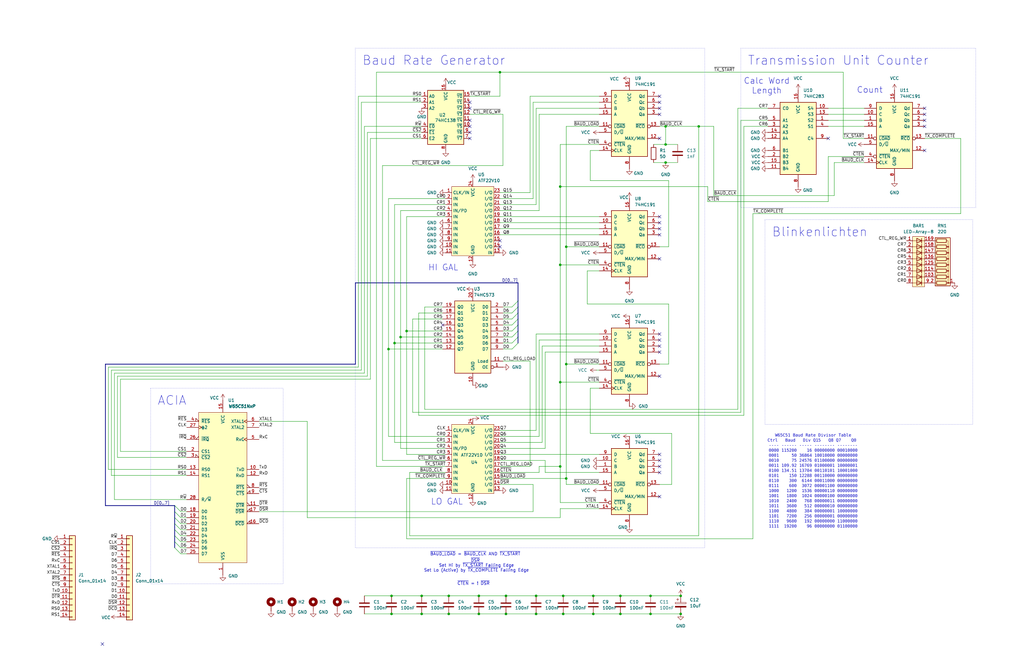
<source format=kicad_sch>
(kicad_sch (version 20231120) (generator "eeschema") (generator_version "8.0")
  (paper "B")
  (title_block (title "LudaCris W65C51 Module") (date "2024-03-20") (rev "0.1") (company "Alan Canon"))
  (junction (at 236.22 196.85))
  (junction (at 210.82 30.48))
  (junction (at 250.19 259.08))
  (junction (at 280.67 68.58))
  (junction (at 238.76 153.67))
  (junction (at 165.1 251.46))
  (junction (at 201.93 251.46))
  (junction (at 177.8 251.46))
  (junction (at 261.62 251.46))
  (junction (at 213.36 259.08))
  (junction (at 274.32 259.08))
  (junction (at 226.06 251.46))
  (junction (at 287.02 259.08))
  (junction (at 237.49 259.08))
  (junction (at 168.91 142.24))
  (junction (at 294.64 53.34))
  (junction (at 166.37 144.78))
  (junction (at 189.23 259.08))
  (junction (at 274.32 251.46))
  (junction (at 177.8 259.08))
  (junction (at 236.22 111.76))
  (junction (at 261.62 259.08))
  (junction (at 236.22 78.74))
  (junction (at 280.67 60.96))
  (junction (at 238.76 104.14))
  (junction (at 280.67 53.34))
  (junction (at 201.93 259.08))
  (junction (at 236.22 161.29))
  (junction (at 226.06 259.08))
  (junction (at 250.19 251.46))
  (junction (at 213.36 251.46))
  (junction (at 237.49 251.46))
  (junction (at 287.02 251.46))
  (junction (at 163.83 147.32))
  (junction (at 165.1 259.08))
  (junction (at 238.76 201.93))
  (junction (at 189.23 251.46))
  (junction (at 171.45 139.7))
  (no_connect (at 186.69 137.16))
  (no_connect (at 278.13 148.59))
  (no_connect (at 278.13 191.77))
  (no_connect (at 210.82 101.6))
  (no_connect (at 278.13 48.26))
  (no_connect (at 278.13 43.18))
  (no_connect (at 389.89 53.34))
  (no_connect (at 278.13 96.52))
  (no_connect (at 278.13 209.55))
  (no_connect (at 278.13 58.42))
  (no_connect (at 389.89 50.8))
  (no_connect (at 278.13 45.72))
  (no_connect (at 349.25 58.42))
  (no_connect (at 198.12 45.72))
  (no_connect (at 278.13 109.22))
  (no_connect (at 278.13 91.44))
  (no_connect (at 278.13 146.05))
  (no_connect (at 389.89 63.5))
  (no_connect (at 198.12 53.34))
  (no_connect (at 278.13 194.31))
  (no_connect (at 198.12 43.18))
  (no_connect (at 43.18 271.78))
  (no_connect (at 278.13 143.51))
  (no_connect (at 389.89 45.72))
  (no_connect (at 198.12 58.42))
  (no_connect (at 278.13 93.98))
  (no_connect (at 43.18 287.02))
  (no_connect (at 278.13 140.97))
  (no_connect (at 278.13 196.85))
  (no_connect (at 278.13 99.06))
  (no_connect (at 198.12 50.8))
  (no_connect (at 278.13 40.64))
  (no_connect (at 389.89 48.26))
  (no_connect (at 210.82 104.14))
  (no_connect (at 198.12 55.88))
  (no_connect (at 278.13 158.75))
  (no_connect (at 278.13 199.39))
  (bus_entry (at 218.44 142.24) (size -2.54 2.54))
  (bus_entry (at 218.44 144.78) (size -2.54 2.54))
  (bus_entry (at 73.66 218.44) (size 2.54 2.54))
  (bus_entry (at 73.66 213.36) (size 2.54 2.54))
  (bus_entry (at 73.66 223.52) (size 2.54 2.54))
  (bus_entry (at 218.44 137.16) (size -2.54 2.54))
  (bus_entry (at 218.44 129.54) (size -2.54 2.54))
  (bus_entry (at 218.44 132.08) (size -2.54 2.54))
  (bus_entry (at 218.44 134.62) (size -2.54 2.54))
  (bus_entry (at 73.66 220.98) (size 2.54 2.54))
  (bus_entry (at 73.66 228.6) (size 2.54 2.54))
  (bus_entry (at 218.44 127) (size -2.54 2.54))
  (bus_entry (at 73.66 231.14) (size 2.54 2.54))
  (bus_entry (at 73.66 226.06) (size 2.54 2.54))
  (bus_entry (at 73.66 215.9) (size 2.54 2.54))
  (bus_entry (at 218.44 139.7) (size -2.54 2.54))
  (wire (pts (xy 172.72 226.06) (xy 172.72 199.39)))
  (wire (pts (xy 129.54 177.8) (xy 129.54 218.44)))
  (bus (pts (xy 73.66 213.36) (xy 73.66 215.9)))
  (wire (pts (xy 210.82 96.52) (xy 252.73 96.52)))
  (wire (pts (xy 229.87 189.23) (xy 229.87 148.59)))
  (wire (pts (xy 252.73 140.97) (xy 226.06 140.97)))
  (wire (pts (xy 166.37 144.78) (xy 166.37 186.69)))
  (wire (pts (xy 151.13 40.64) (xy 151.13 154.94)))
  (wire (pts (xy 252.73 199.39) (xy 229.87 199.39)))
  (wire (pts (xy 298.45 78.74) (xy 236.22 78.74)))
  (wire (pts (xy 168.91 142.24) (xy 168.91 189.23)))
  (wire (pts (xy 226.06 45.72) (xy 226.06 86.36)))
  (bus (pts (xy 149.86 119.38) (xy 149.86 153.67)))
  (wire (pts (xy 280.67 53.34) (xy 294.64 53.34)))
  (wire (pts (xy 78.74 200.66) (xy 46.99 200.66)))
  (wire (pts (xy 238.76 153.67) (xy 238.76 201.93)))
  (wire (pts (xy 228.6 146.05) (xy 228.6 186.69)))
  (wire (pts (xy 281.94 104.14) (xy 278.13 104.14)))
  (wire (pts (xy 349.25 53.34) (xy 364.49 53.34)))
  (wire (pts (xy 252.73 161.29) (xy 236.22 161.29)))
  (wire (pts (xy 238.76 104.14) (xy 252.73 104.14)))
  (wire (pts (xy 405.13 90.17) (xy 317.5 90.17)))
  (bus (pts (xy 73.66 223.52) (xy 73.66 226.06)))
  (wire (pts (xy 317.5 227.33) (xy 171.45 227.33)))
  (wire (pts (xy 281.94 128.27) (xy 247.65 128.27)))
  (wire (pts (xy 76.2 220.98) (xy 78.74 220.98)))
  (bus (pts (xy 149.86 153.67) (xy 44.45 153.67)))
  (wire (pts (xy 223.52 152.4) (xy 223.52 196.85)))
  (wire (pts (xy 349.25 45.72) (xy 364.49 45.72)))
  (wire (pts (xy 281.94 76.2) (xy 281.94 104.14)))
  (wire (pts (xy 212.09 69.85) (xy 212.09 48.26)))
  (wire (pts (xy 186.69 132.08) (xy 176.53 132.08)))
  (wire (pts (xy 189.23 259.08) (xy 201.93 259.08)))
  (wire (pts (xy 224.79 43.18) (xy 252.73 43.18)))
  (wire (pts (xy 166.37 144.78) (xy 186.69 144.78)))
  (wire (pts (xy 274.32 251.46) (xy 287.02 251.46)))
  (wire (pts (xy 252.73 212.09) (xy 236.22 212.09)))
  (wire (pts (xy 177.8 259.08) (xy 189.23 259.08)))
  (wire (pts (xy 351.79 82.55) (xy 300.99 82.55)))
  (wire (pts (xy 250.19 259.08) (xy 261.62 259.08)))
  (wire (pts (xy 323.85 53.34) (xy 313.69 53.34)))
  (wire (pts (xy 173.99 134.62) (xy 173.99 173.99)))
  (wire (pts (xy 278.13 153.67) (xy 281.94 153.67)))
  (wire (pts (xy 226.06 251.46) (xy 237.49 251.46)))
  (wire (pts (xy 76.2 231.14) (xy 78.74 231.14)))
  (bus (pts (xy 218.44 139.7) (xy 218.44 142.24)))
  (wire (pts (xy 109.22 215.9) (xy 224.79 215.9)))
  (wire (pts (xy 50.8 160.02) (xy 156.21 160.02)))
  (wire (pts (xy 161.29 69.85) (xy 161.29 194.31)))
  (wire (pts (xy 226.06 140.97) (xy 226.06 181.61)))
  (bus (pts (xy 218.44 142.24) (xy 218.44 144.78)))
  (wire (pts (xy 156.21 160.02) (xy 156.21 58.42)))
  (wire (pts (xy 223.52 40.64) (xy 223.52 81.28)))
  (wire (pts (xy 215.9 129.54) (xy 212.09 129.54)))
  (wire (pts (xy 226.06 259.08) (xy 237.49 259.08)))
  (wire (pts (xy 168.91 88.9) (xy 168.91 142.24)))
  (wire (pts (xy 349.25 85.09) (xy 298.45 85.09)))
  (wire (pts (xy 275.59 68.58) (xy 280.67 68.58)))
  (wire (pts (xy 247.65 114.3) (xy 252.73 114.3)))
  (bus (pts (xy 218.44 132.08) (xy 218.44 134.62)))
  (wire (pts (xy 210.82 40.64) (xy 210.82 30.48)))
  (wire (pts (xy 252.73 40.64) (xy 223.52 40.64)))
  (wire (pts (xy 313.69 175.26) (xy 176.53 175.26)))
  (wire (pts (xy 215.9 134.62) (xy 212.09 134.62)))
  (wire (pts (xy 179.07 172.72) (xy 311.15 172.72)))
  (wire (pts (xy 210.82 83.82) (xy 224.79 83.82)))
  (wire (pts (xy 153.67 251.46) (xy 165.1 251.46)))
  (wire (pts (xy 198.12 40.64) (xy 210.82 40.64)))
  (wire (pts (xy 210.82 186.69) (xy 228.6 186.69)))
  (wire (pts (xy 294.64 53.34) (xy 300.99 53.34)))
  (wire (pts (xy 236.22 60.96) (xy 252.73 60.96)))
  (wire (pts (xy 163.83 83.82) (xy 163.83 147.32)))
  (wire (pts (xy 46.99 156.21) (xy 152.4 156.21)))
  (wire (pts (xy 165.1 259.08) (xy 177.8 259.08)))
  (wire (pts (xy 227.33 184.15) (xy 227.33 143.51)))
  (wire (pts (xy 248.92 63.5) (xy 248.92 76.2)))
  (wire (pts (xy 176.53 132.08) (xy 176.53 175.26)))
  (wire (pts (xy 280.67 53.34) (xy 280.67 60.96)))
  (wire (pts (xy 275.59 60.96) (xy 280.67 60.96)))
  (bus (pts (xy 218.44 137.16) (xy 218.44 139.7)))
  (wire (pts (xy 238.76 53.34) (xy 238.76 104.14)))
  (wire (pts (xy 215.9 132.08) (xy 212.09 132.08)))
  (wire (pts (xy 283.21 204.47) (xy 283.21 182.88)))
  (wire (pts (xy 236.22 214.63) (xy 236.22 218.44)))
  (wire (pts (xy 166.37 86.36) (xy 187.96 86.36)))
  (wire (pts (xy 236.22 196.85) (xy 236.22 212.09)))
  (wire (pts (xy 50.8 190.5) (xy 50.8 160.02)))
  (bus (pts (xy 218.44 127) (xy 218.44 129.54)))
  (wire (pts (xy 171.45 91.44) (xy 187.96 91.44)))
  (wire (pts (xy 252.73 146.05) (xy 228.6 146.05)))
  (wire (pts (xy 364.49 66.04) (xy 349.25 66.04)))
  (wire (pts (xy 172.72 199.39) (xy 187.96 199.39)))
  (wire (pts (xy 226.06 86.36) (xy 210.82 86.36)))
  (wire (pts (xy 215.9 147.32) (xy 212.09 147.32)))
  (wire (pts (xy 201.93 259.08) (xy 213.36 259.08)))
  (wire (pts (xy 49.53 158.75) (xy 154.94 158.75)))
  (wire (pts (xy 45.72 198.12) (xy 78.74 198.12)))
  (wire (pts (xy 236.22 214.63) (xy 252.73 214.63)))
  (wire (pts (xy 78.74 210.82) (xy 48.26 210.82)))
  (wire (pts (xy 252.73 63.5) (xy 248.92 63.5)))
  (wire (pts (xy 76.2 233.68) (xy 78.74 233.68)))
  (wire (pts (xy 76.2 215.9) (xy 78.74 215.9)))
  (wire (pts (xy 210.82 81.28) (xy 223.52 81.28)))
  (wire (pts (xy 168.91 88.9) (xy 187.96 88.9)))
  (wire (pts (xy 278.13 53.34) (xy 280.67 53.34)))
  (wire (pts (xy 229.87 194.31) (xy 210.82 194.31)))
  (wire (pts (xy 177.8 40.64) (xy 151.13 40.64)))
  (wire (pts (xy 213.36 259.08) (xy 226.06 259.08)))
  (wire (pts (xy 49.53 193.04) (xy 49.53 158.75)))
  (wire (pts (xy 76.2 226.06) (xy 78.74 226.06)))
  (wire (pts (xy 210.82 191.77) (xy 252.73 191.77)))
  (wire (pts (xy 163.83 147.32) (xy 163.83 184.15)))
  (wire (pts (xy 166.37 86.36) (xy 166.37 144.78)))
  (wire (pts (xy 278.13 204.47) (xy 283.21 204.47)))
  (wire (pts (xy 198.12 48.26) (xy 212.09 48.26)))
  (wire (pts (xy 210.82 93.98) (xy 252.73 93.98)))
  (wire (pts (xy 238.76 53.34) (xy 252.73 53.34)))
  (wire (pts (xy 248.92 182.88) (xy 248.92 163.83)))
  (wire (pts (xy 171.45 139.7) (xy 171.45 191.77)))
  (wire (pts (xy 227.33 48.26) (xy 252.73 48.26)))
  (wire (pts (xy 252.73 45.72) (xy 226.06 45.72)))
  (wire (pts (xy 229.87 199.39) (xy 229.87 194.31)))
  (wire (pts (xy 313.69 53.34) (xy 313.69 175.26)))
  (wire (pts (xy 213.36 251.46) (xy 226.06 251.46)))
  (wire (pts (xy 250.19 251.46) (xy 261.62 251.46)))
  (wire (pts (xy 186.69 142.24) (xy 168.91 142.24)))
  (wire (pts (xy 187.96 184.15) (xy 163.83 184.15)))
  (wire (pts (xy 187.96 83.82) (xy 163.83 83.82)))
  (wire (pts (xy 238.76 201.93) (xy 238.76 204.47)))
  (wire (pts (xy 48.26 157.48) (xy 153.67 157.48)))
  (wire (pts (xy 152.4 156.21) (xy 152.4 43.18)))
  (wire (pts (xy 210.82 201.93) (xy 238.76 201.93)))
  (wire (pts (xy 227.33 143.51) (xy 252.73 143.51)))
  (bus (pts (xy 44.45 213.36) (xy 73.66 213.36)))
  (wire (pts (xy 349.25 48.26) (xy 364.49 48.26)))
  (bus (pts (xy 149.86 119.38) (xy 218.44 119.38)))
  (wire (pts (xy 158.75 30.48) (xy 158.75 196.85)))
  (wire (pts (xy 76.2 228.6) (xy 78.74 228.6)))
  (bus (pts (xy 73.66 218.44) (xy 73.66 220.98)))
  (wire (pts (xy 236.22 111.76) (xy 236.22 161.29)))
  (wire (pts (xy 153.67 259.08) (xy 165.1 259.08)))
  (wire (pts (xy 236.22 161.29) (xy 236.22 196.85)))
  (bus (pts (xy 44.45 153.67) (xy 44.45 213.36)))
  (wire (pts (xy 355.6 30.48) (xy 355.6 58.42)))
  (wire (pts (xy 311.15 172.72) (xy 311.15 45.72)))
  (bus (pts (xy 73.66 228.6) (xy 73.66 231.14)))
  (wire (pts (xy 405.13 58.42) (xy 405.13 90.17)))
  (wire (pts (xy 323.85 50.8) (xy 312.42 50.8)))
  (wire (pts (xy 248.92 76.2) (xy 281.94 76.2)))
  (wire (pts (xy 364.49 68.58) (xy 351.79 68.58)))
  (wire (pts (xy 311.15 45.72) (xy 323.85 45.72)))
  (wire (pts (xy 201.93 251.46) (xy 213.36 251.46)))
  (wire (pts (xy 76.2 223.52) (xy 78.74 223.52)))
  (wire (pts (xy 236.22 111.76) (xy 252.73 111.76)))
  (wire (pts (xy 283.21 182.88) (xy 248.92 182.88)))
  (wire (pts (xy 152.4 43.18) (xy 177.8 43.18)))
  (wire (pts (xy 154.94 55.88) (xy 177.8 55.88)))
  (wire (pts (xy 48.26 210.82) (xy 48.26 157.48)))
  (wire (pts (xy 238.76 153.67) (xy 252.73 153.67)))
  (wire (pts (xy 210.82 184.15) (xy 227.33 184.15)))
  (wire (pts (xy 109.22 177.8) (xy 129.54 177.8)))
  (bus (pts (xy 218.44 127) (xy 218.44 119.38)))
  (wire (pts (xy 156.21 58.42) (xy 177.8 58.42)))
  (wire (pts (xy 153.67 53.34) (xy 177.8 53.34)))
  (wire (pts (xy 154.94 158.75) (xy 154.94 55.88)))
  (wire (pts (xy 312.42 50.8) (xy 312.42 173.99)))
  (wire (pts (xy 355.6 58.42) (xy 364.49 58.42)))
  (wire (pts (xy 237.49 259.08) (xy 250.19 259.08)))
  (wire (pts (xy 389.89 58.42) (xy 405.13 58.42)))
  (wire (pts (xy 298.45 85.09) (xy 298.45 78.74)))
  (wire (pts (xy 78.74 193.04) (xy 49.53 193.04)))
  (wire (pts (xy 187.96 186.69) (xy 166.37 186.69)))
  (wire (pts (xy 210.82 88.9) (xy 227.33 88.9)))
  (wire (pts (xy 349.25 50.8) (xy 364.49 50.8)))
  (wire (pts (xy 294.64 53.34) (xy 294.64 226.06)))
  (wire (pts (xy 161.29 69.85) (xy 212.09 69.85)))
  (wire (pts (xy 349.25 66.04) (xy 349.25 85.09)))
  (wire (pts (xy 210.82 196.85) (xy 223.52 196.85)))
  (wire (pts (xy 215.9 142.24) (xy 212.09 142.24)))
  (wire (pts (xy 247.65 128.27) (xy 247.65 114.3)))
  (wire (pts (xy 280.67 68.58) (xy 285.75 68.58)))
  (wire (pts (xy 238.76 104.14) (xy 238.76 153.67)))
  (wire (pts (xy 186.69 129.54) (xy 179.07 129.54)))
  (wire (pts (xy 153.67 157.48) (xy 153.67 53.34)))
  (bus (pts (xy 218.44 134.62) (xy 218.44 137.16)))
  (wire (pts (xy 165.1 251.46) (xy 177.8 251.46)))
  (wire (pts (xy 224.79 83.82) (xy 224.79 43.18)))
  (wire (pts (xy 281.94 153.67) (xy 281.94 128.27)))
  (wire (pts (xy 215.9 139.7) (xy 212.09 139.7)))
  (wire (pts (xy 280.67 60.96) (xy 285.75 60.96)))
  (wire (pts (xy 227.33 88.9) (xy 227.33 48.26)))
  (wire (pts (xy 187.96 189.23) (xy 168.91 189.23)))
  (wire (pts (xy 300.99 82.55) (xy 300.99 53.34)))
  (wire (pts (xy 237.49 251.46) (xy 250.19 251.46)))
  (wire (pts (xy 76.2 218.44) (xy 78.74 218.44)))
  (bus (pts (xy 73.66 220.98) (xy 73.66 223.52)))
  (wire (pts (xy 171.45 201.93) (xy 187.96 201.93)))
  (wire (pts (xy 236.22 78.74) (xy 236.22 111.76)))
  (wire (pts (xy 171.45 227.33) (xy 171.45 201.93)))
  (wire (pts (xy 210.82 204.47) (xy 224.79 204.47)))
  (wire (pts (xy 229.87 148.59) (xy 252.73 148.59)))
  (wire (pts (xy 161.29 194.31) (xy 187.96 194.31)))
  (wire (pts (xy 227.33 196.85) (xy 236.22 196.85)))
  (wire (pts (xy 163.83 147.32) (xy 186.69 147.32)))
  (wire (pts (xy 317.5 90.17) (xy 317.5 227.33)))
  (wire (pts (xy 78.74 190.5) (xy 50.8 190.5)))
  (wire (pts (xy 351.79 68.58) (xy 351.79 82.55)))
  (wire (pts (xy 236.22 78.74) (xy 236.22 60.96)))
  (wire (pts (xy 45.72 154.94) (xy 45.72 198.12)))
  (wire (pts (xy 179.07 129.54) (xy 179.07 172.72)))
  (bus (pts (xy 73.66 215.9) (xy 73.66 218.44)))
  (bus (pts (xy 73.66 226.06) (xy 73.66 228.6)))
  (wire (pts (xy 261.62 251.46) (xy 274.32 251.46)))
  (wire (pts (xy 251.46 156.21) (xy 252.73 156.21)))
  (wire (pts (xy 158.75 196.85) (xy 187.96 196.85)))
  (wire (pts (xy 177.8 251.46) (xy 189.23 251.46)))
  (wire (pts (xy 46.99 200.66) (xy 46.99 156.21)))
  (wire (pts (xy 210.82 199.39) (xy 227.33 199.39)))
  (wire (pts (xy 158.75 30.48) (xy 210.82 30.48)))
  (wire (pts (xy 248.92 163.83) (xy 252.73 163.83)))
  (wire (pts (xy 252.73 204.47) (xy 238.76 204.47)))
  (wire (pts (xy 189.23 251.46) (xy 201.93 251.46)))
  (wire (pts (xy 212.09 152.4) (xy 223.52 152.4)))
  (wire (pts (xy 210.82 99.06) (xy 252.73 99.06)))
  (wire (pts (xy 227.33 199.39) (xy 227.33 196.85)))
  (wire (pts (xy 210.82 181.61) (xy 226.06 181.61)))
  (wire (pts (xy 274.32 259.08) (xy 287.02 259.08)))
  (wire (pts (xy 210.82 189.23) (xy 229.87 189.23)))
  (wire (pts (xy 172.72 226.06) (xy 294.64 226.06)))
  (wire (pts (xy 261.62 259.08) (xy 274.32 259.08)))
  (wire (pts (xy 171.45 91.44) (xy 171.45 139.7)))
  (bus (pts (xy 218.44 129.54) (xy 218.44 132.08)))
  (wire (pts (xy 187.96 191.77) (xy 171.45 191.77)))
  (wire (pts (xy 173.99 134.62) (xy 186.69 134.62)))
  (wire (pts (xy 173.99 173.99) (xy 312.42 173.99)))
  (wire (pts (xy 210.82 91.44) (xy 252.73 91.44)))
  (wire (pts (xy 224.79 204.47) (xy 224.79 215.9)))
  (wire (pts (xy 215.9 137.16) (xy 212.09 137.16)))
  (wire (pts (xy 151.13 154.94) (xy 45.72 154.94)))
  (wire (pts (xy 236.22 218.44) (xy 129.54 218.44)))
  (wire (pts (xy 210.82 30.48) (xy 355.6 30.48)))
  (wire (pts (xy 171.45 139.7) (xy 186.69 139.7)))
  (wire (pts (xy 215.9 144.78) (xy 212.09 144.78)))
  (text_box "ACIA" (at 63.5 163.83 0) (size 55.88 82.55) (stroke (width 0) (type dot)) (effects (font (size 3.81 3.81)) (justify left top)))
  (text_box "Blinkenlichten" (at 322.58 92.71 0) (size 87.63 86.36) (stroke (width 0) (type dot)) (effects (font (size 3.81 3.81)) (justify left top)))
  (text_box "Transmission Unit Counter" (at 312.42 20.32 0) (size 99.06 67.31) (stroke (width 0) (type dot)) (effects (font (size 3.81 3.81)) (justify left top)))
  (text_box "Baud Rate Generator" (at 149.86 20.32 0) (size 147.32 210.82) (stroke (width 0) (type dot)) (effects (font (size 3.81 3.81)) (justify left top)))
  (text "~{DSR} \nSet Hi by ~{TX_START} Falling Edge\nSet Lo (Active) by ~{TX_COMPLETE} Falling Edge\n" (at 200.914 238.76 0) (effects (font (size 1.27 1.27))))
  (text "Calc Word\nLength" (at 323.342 36.322 0) (effects (font (size 2.54 2.54))))
  (text "W65C51 Baud Rate Divisor Table\nCtrl   Baud   Div Q15   Q8 Q7    Q0 \n---- ------ ----- -------- --------\n0000 115200    16 00000000 00010000\n0001     50 36864 10010000 00000000\n0010     75 24576 01100000 00000000\n0011 109.92 16769 01000001 10000001\n0100 134.51 13704 00110101 10001000\n0101    150 12288 00110000 00000000\n0110    300  6144 00011000 00000000\n0111    600  3072 00001100 00000000\n1000   1200  1536 00000110 00000000\n1001   1800  1024 00000100 00000000\n1010   2400   768 00000011 00000000\n1011   3600   512 00000010 00000000\n1100   4800   384 00000001 10000000\n1101   7200   256 00000001 00000000\n1110   9600   192 00000000 11000000\n1111  19200    96 00000000 01100000" (at 342.9 203.454 0) (effects (font (size 1.27 1.27))))
  (text "LO GAL" (at 188.468 211.836 0) (effects (font (size 2.54 2.54))))
  (text "~{CTEN} = ! ~{DSR} " (at 200.152 246.38 0) (effects (font (size 1.27 1.27))))
  (text "Count" (at 366.776 38.1 0) (effects (font (size 2.54 2.54))))
  (text "HI GAL" (at 186.944 113.03 0) (effects (font (size 2.54 2.54))))
  (text "~{BAUD_LOAD} = ~{BAUD_CLK} AND ~{TX_START}" (at 200.406 233.934 0) (effects (font (size 1.27 1.27))))
  (label "CR0" (at 187.96 184.15 180))
  (label "D6" (at 49.53 237.49 180))
  (label "CR2" (at 186.69 142.24 180))
  (label "Q0" (at 210.82 194.31 0))
  (label "CTL_REG_WR" (at 382.27 101.6 180))
  (label "Q8" (at 212.09 99.06 0))
  (label "XTAL1" (at 109.22 177.8 0))
  (label "~{BAUD_CLK}" (at 278.13 53.34 0))
  (label "~{CTEN}" (at 252.73 161.29 180))
  (label "TxD" (at 109.22 198.12 0))
  (label "~{TX_START}" (at 187.96 196.85 180))
  (label "D3" (at 78.74 223.52 180))
  (label "~{BAUD_LOAD}" (at 252.73 153.67 180))
  (label "CR6" (at 323.85 53.34 180))
  (label "CR6" (at 382.27 106.68 180))
  (label "R~{W}" (at 177.8 53.34 180))
  (label "~{BAUD_LOAD}" (at 252.73 104.14 180))
  (label "~{TX_COMPLETE}" (at 389.89 58.42 0))
  (label "D[0..7]" (at 218.44 119.38 180))
  (label "~{DSR}" (at 109.22 215.9 0))
  (label "D2" (at 49.53 247.65 180))
  (label "D1" (at 49.53 250.19 180))
  (label "Q4" (at 210.82 189.23 0))
  (label "~{CTEN}" (at 364.49 66.04 180))
  (label "D5" (at 49.53 240.03 180))
  (label "CR3" (at 187.96 191.77 180))
  (label "D2" (at 78.74 220.98 180))
  (label "~{DSR}" (at 49.53 255.27 180))
  (label "CLK" (at 49.53 229.87 180))
  (label "D0" (at 78.74 215.9 180))
  (label "~{CTEN}" (at 298.45 85.09 0))
  (label "~{RES}" (at 25.4 234.95 180))
  (label "CR1" (at 186.69 144.78 180))
  (label "CTL_REG_LOAD" (at 212.09 152.4 0))
  (label "Q15" (at 212.09 81.28 0))
  (label "CR1" (at 187.96 186.69 180))
  (label "CR7" (at 186.69 129.54 180))
  (label "CR7" (at 382.27 104.14 180))
  (label "~{DSR}" (at 210.82 204.47 0))
  (label "D7" (at 78.74 233.68 180))
  (label "~{CTEN}" (at 210.82 199.39 0))
  (label "~{BAUD_LOAD}" (at 252.73 53.34 180))
  (label "RS0" (at 177.8 40.64 180))
  (label "D4" (at 212.09 137.16 0))
  (label "D6" (at 78.74 231.14 180))
  (label "XTAL1" (at 25.4 240.03 180))
  (label "~{BAUD_LOAD}" (at 210.82 201.93 0))
  (label "~{TX_START}" (at 364.49 58.42 180))
  (label "CR1" (at 187.96 86.36 180))
  (label "CR0" (at 186.69 147.32 180))
  (label "~{BAUD_CLK}" (at 186.69 199.39 180))
  (label "CR7" (at 323.85 45.72 180))
  (label "D5" (at 78.74 228.6 180))
  (label "CR2" (at 382.27 114.3 180))
  (label "~{CTL_REG_WR}" (at 187.96 194.31 180))
  (label "D0" (at 49.53 252.73 180))
  (label "CR5" (at 186.69 134.62 180))
  (label "RS1" (at 177.8 43.18 180))
  (label "~{CS2}" (at 78.74 193.04 180))
  (label "Q7" (at 210.82 181.61 0))
  (label "Q6" (at 210.82 184.15 0))
  (label "~{BAUD_LOAD}" (at 252.73 204.47 180))
  (label "~{DCD}" (at 49.53 257.81 180))
  (label "XTAL2" (at 109.22 180.34 0))
  (label "D5" (at 212.09 134.62 0))
  (label "RxD" (at 25.4 255.27 180))
  (label "~{TX_COMPLETE}" (at 317.5 90.17 0))
  (label "TxD" (at 25.4 250.19 180))
  (label "CR2" (at 187.96 88.9 180))
  (label "RxD" (at 109.22 200.66 0))
  (label "Q13" (at 212.09 86.36 0))
  (label "RS1" (at 25.4 260.35 180))
  (label "XTAL2" (at 25.4 242.57 180))
  (label "Q14" (at 212.09 83.82 0))
  (label "CR5" (at 382.27 109.22 180))
  (label "Q10" (at 212.09 93.98 0))
  (label "D[0..7]" (at 64.77 213.36 0))
  (label "Q9" (at 212.09 96.52 0))
  (label "D1" (at 212.09 144.78 0))
  (label "~{RTS}" (at 109.22 205.74 0))
  (label "~{TX_COMPLETE}" (at 187.96 201.93 180))
  (label "~{CTL_REG_WR}" (at 199.39 48.26 0))
  (label "CLK" (at 187.96 181.61 180))
  (label "~{CTL_REG_WR}" (at 185.42 69.85 180))
  (label "D7" (at 212.09 129.54 0))
  (label "~{CTEN}" (at 251.46 212.09 180))
  (label "D6" (at 212.09 132.08 0))
  (label "Q5" (at 210.82 186.69 0))
  (label "CR3" (at 187.96 91.44 180))
  (label "~{CTS}" (at 25.4 247.65 180))
  (label "CR6" (at 186.69 132.08 180))
  (label "D2" (at 212.09 142.24 0))
  (label "~{RES}" (at 78.74 177.8 180))
  (label "~{DTR}" (at 109.22 213.36 0))
  (label "CR3" (at 186.69 139.7 180))
  (label "RS0" (at 25.4 257.81 180))
  (label "~{IRQ}" (at 49.53 232.41 180))
  (label "CLK" (at 78.74 180.34 180))
  (label "CR2" (at 187.96 189.23 180))
  (label "CR1" (at 382.27 116.84 180))
  (label "R~{W}" (at 49.53 227.33 180))
  (label "CTL_REG_LOAD" (at 210.82 196.85 0))
  (label "~{RTS}" (at 25.4 245.11 180))
  (label "XTAL1" (at 252.73 214.63 180))
  (label "CR0" (at 187.96 83.82 180))
  (label "RxC" (at 25.4 237.49 180))
  (label "~{IRQ}" (at 78.74 185.42 180))
  (label "CS1" (at 25.4 229.87 180))
  (label "RS1" (at 78.74 200.66 180))
  (label "~{CTS}" (at 109.22 208.28 0))
  (label "~{TX_START}" (at 198.12 40.64 0))
  (label "~{BAUD_CLK}" (at 364.49 68.58 180))
  (label "~{CTEN}" (at 252.73 111.76 180))
  (label "~{DTR}" (at 25.4 252.73 180))
  (label "D3" (at 49.53 245.11 180))
  (label "Q11" (at 212.09 91.44 0))
  (label "~{TX_START}" (at 309.88 30.48 180))
  (label "CS1" (at 177.8 58.42 180))
  (label "D4" (at 78.74 226.06 180))
  (label "Q3" (at 210.82 191.77 0))
  (label "D1" (at 78.74 218.44 180))
  (label "CS1" (at 78.74 190.5 180))
  (label "RS0" (at 78.74 198.12 180))
  (label "CR0" (at 382.27 119.38 180))
  (label "D4" (at 49.53 242.57 180))
  (label "D7" (at 49.53 234.95 180))
  (label "CR5" (at 323.85 50.8 180))
  (label "D3" (at 212.09 139.7 0))
  (label "~{CS2}" (at 177.8 55.88 180))
  (label "D0" (at 212.09 147.32 0))
  (label "R~{W}" (at 78.74 210.82 180))
  (label "Q12" (at 212.09 88.9 0))
  (label "~{CS2}" (at 25.4 232.41 180))
  (label "~{BAUD_CLK}" (at 300.99 82.55 0))
  (label "RxC" (at 109.22 185.42 0))
  (label "~{DCD}" (at 109.22 220.98 0))
  (label "CR3" (at 382.27 111.76 180))
  (label "~{CTEN}" (at 252.73 60.96 180))
  (label "CR4" (at 186.69 137.16 180))
  (symbol (lib_id "power:VCC") (at 199.39 176.53 270) (unit 1)
    (property "Reference" "#PWR021" (effects (hide yes)))
    (property "Value" "VCC" (at 204.47 176.276 90))
    (property "Description" "Power symbol creates a global label with name \"VCC\"" (effects (hide yes)))
  )
  (symbol (lib_id "power:GND") (at 265.43 121.92 0) (unit 1)
    (property "Reference" "#PWR062" (effects (hide yes)))
    (property "Value" "GND" (at 265.43 127 0))
    (property "Description" "Power symbol creates a global label with name \"GND\" , ground" (effects (hide yes)))
  )
  (symbol (lib_id "power:GND") (at 187.96 204.47 270) (unit 1)
    (property "Reference" "#PWR038" (effects (hide yes)))
    (property "Value" "GND" (at 184.15 204.4699 90) (effects (justify right)))
    (property "Description" "Power symbol creates a global label with name \"GND\" , ground" (effects (hide yes)))
  )
  (symbol (lib_id "power:VCC") (at 252.73 55.88 90) (unit 1)
    (property "Reference" "#PWR017" (effects (hide yes)))
    (property "Value" "VCC" (at 248.92 55.8799 90) (effects (justify left)))
    (property "Description" "Power symbol creates a global label with name \"VCC\"" (effects (hide yes)))
  )
  (symbol (lib_id "power:VCC") (at 265.43 83.82 0) (unit 1)
    (property "Reference" "#PWR061" (effects (hide yes)))
    (property "Value" "VCC" (at 263.144 83.312 0))
    (property "Description" "Power symbol creates a global label with name \"VCC\"" (effects (hide yes)))
  )
  (symbol (lib_id "Device:C") (at 226.06 255.27 0) (unit 1)
    (property "Reference" "C7" (at 229.87 253.9999 0) (effects (justify left)))
    (property "Value" "100nF" (at 229.87 256.5399 0) (effects (justify left)))
    (property "Footprint" "Capacitor_THT:C_Disc_D3.4mm_W2.1mm_P2.50mm" (effects (hide yes)))
    (property "Description" "Unpolarized capacitor" (effects (hide yes)))
  )
  (symbol (lib_id "Device:C") (at 285.75 64.77 0) (unit 1)
    (property "Reference" "C13" (at 289.56 63.4999 0) (effects (justify left)))
    (property "Value" "1nF" (at 289.56 66.0399 0) (effects (justify left)))
    (property "Footprint" "Capacitor_THT:C_Disc_D3.4mm_W2.1mm_P2.50mm" (effects (hide yes)))
    (property "Description" "Unpolarized capacitor" (effects (hide yes)))
  )
  (symbol (lib_id "Device:C") (at 201.93 255.27 0) (unit 1)
    (property "Reference" "C5" (at 205.74 253.9999 0) (effects (justify left)))
    (property "Value" "100nF" (at 205.74 256.5399 0) (effects (justify left)))
    (property "Footprint" "Capacitor_THT:C_Disc_D3.4mm_W2.1mm_P2.50mm" (effects (hide yes)))
    (property "Description" "Unpolarized capacitor" (effects (hide yes)))
  )
  (symbol (lib_id "Mechanical:MountingHole_Pad") (at 142.24 255.27 0) (unit 1)
    (property "Reference" "H4" (at 144.78 253.9999 0) (effects (justify left)))
    (property "Value" "MountingHole_Pad" (effects (hide yes)))
    (property "Footprint" "MountingHole:MountingHole_3.2mm_M3_Pad" (effects (hide yes)))
    (property "Description" "Mounting Hole with connection" (effects (hide yes)))
  )
  (symbol (lib_id "Device:R") (at 275.59 64.77 0) (unit 1)
    (property "Reference" "R1" (at 278.13 63.4999 0) (effects (justify left)))
    (property "Value" "50" (at 278.13 66.0399 0) (effects (justify left)))
    (property "Footprint" "Resistor_THT:R_Axial_DIN0207_L6.3mm_D2.5mm_P7.62mm_Horizontal" (effects (hide yes)))
    (property "Description" "Resistor" (effects (hide yes)))
  )
  (symbol (lib_id "Device:R_Network08") (at 397.51 109.22 270) (mirror x) (unit 1) (on_board no)
    (property "Reference" "RN1" (at 397.256 95.25 90))
    (property "Value" "220" (at 397.256 97.79 90))
    (property "Footprint" "Resistor_THT:R_Array_SIP9" (effects (hide yes)))
    (property "Datasheet" "http://www.vishay.com/docs/31509/csc.pdf" (effects (hide yes)))
    (property "Description" "8 resistor network, star topology, bussed resistors, small symbol" (effects (hide yes)))
  )
  (symbol (lib_id "power:GND") (at 187.96 104.14 270) (unit 1)
    (property "Reference" "#PWR040" (effects (hide yes)))
    (property "Value" "GND" (at 184.15 104.1399 90) (effects (justify right)))
    (property "Description" "Power symbol creates a global label with name \"GND\" , ground" (effects (hide yes)))
  )
  (symbol (lib_id "power:VCC") (at 265.43 33.02 90) (unit 1)
    (property "Reference" "#PWR059" (effects (hide yes)))
    (property "Value" "VCC" (at 259.08 33.274 90))
    (property "Description" "Power symbol creates a global label with name \"VCC\"" (effects (hide yes)))
  )
  (symbol (lib_id "power:VCC") (at 323.85 66.04 90) (unit 1)
    (property "Reference" "#PWR030" (effects (hide yes)))
    (property "Value" "VCC" (at 318.77 66.04 90))
    (property "Description" "Power symbol creates a global label with name \"VCC\"" (effects (hide yes)))
  )
  (symbol (lib_id "power:VCC") (at 49.53 260.35 90) (unit 1)
    (property "Reference" "#PWR051" (effects (hide yes)))
    (property "Value" "VCC" (at 44.704 260.604 90))
    (property "Description" "Power symbol creates a global label with name \"VCC\"" (effects (hide yes)))
  )
  (symbol (lib_id "power:VCC") (at 199.39 76.2 0) (unit 1)
    (property "Reference" "#PWR010" (effects (hide yes)))
    (property "Value" "VCC" (at 199.39 71.12 0))
    (property "Description" "Power symbol creates a global label with name \"VCC\"" (effects (hide yes)))
  )
  (symbol (lib_id "W65C51_LudaCris:W65C51NxP") (at 93.98 205.74 0) (unit 1)
    (property "Reference" "U1" (at 96.1741 168.91 0) (effects (justify left)))
    (property "Value" "W65C51NxP" (at 96.1741 171.45 0) (effects (font (bold yes) (italic yes)) (justify left)))
    (property "Footprint" "Package_DIP:DIP-28_W15.24mm_Socket" (effects (hide yes)))
    (property "Datasheet" "http://www.westerndesigncenter.com/wdc/documentation/w65c51n.pdf" (effects (hide yes)))
    (property "Description" "W65C51N CMOS Asynchronous Communication Interface Adapter (ACIA), Serial UART, DIP-28" (effects (hide yes)))
  )
  (symbol (lib_id "W65C51_LudaCris:74HC191") (at 265.43 50.8 0) (unit 1)
    (property "Reference" "U9" (at 267.6241 33.02 0) (effects (justify left)))
    (property "Value" "74HC191" (at 267.6241 35.56 0) (effects (justify left)))
    (property "Footprint" "Package_DIP:DIP-16_W7.62mm_Socket" (effects (hide yes)))
    (property "Datasheet" "https://www.ti.com/lit/ds/symlink/sn74hc191.pdf" (effects (hide yes)))
    (property "Description" "4-bit Synchronous Up/Down binary Counter" (effects (hide yes)))
  )
  (symbol (lib_id "W65C51_LudaCris:74HC191") (at 377.19 55.88 0) (unit 1)
    (property "Reference" "U11" (at 379.3841 38.1 0) (effects (justify left)))
    (property "Value" "74HC191" (at 379.3841 40.64 0) (effects (justify left)))
    (property "Footprint" "Package_DIP:DIP-16_W7.62mm_Socket" (effects (hide yes)))
    (property "Datasheet" "https://www.ti.com/lit/ds/symlink/sn74hc191.pdf" (effects (hide yes)))
    (property "Description" "4-bit Synchronous Up/Down binary Counter" (effects (hide yes)))
  )
  (symbol (lib_id "Device:C") (at 237.49 255.27 0) (unit 1)
    (property "Reference" "C8" (at 241.3 253.9999 0) (effects (justify left)))
    (property "Value" "100nF" (at 241.3 256.5399 0) (effects (justify left)))
    (property "Footprint" "Capacitor_THT:C_Disc_D3.4mm_W2.1mm_P2.50mm" (effects (hide yes)))
    (property "Description" "Unpolarized capacitor" (effects (hide yes)))
  )
  (symbol (lib_id "W65C51_LudaCris:74HC191") (at 265.43 151.13 0) (unit 1)
    (property "Reference" "U7" (at 267.6241 133.35 0) (effects (justify left)))
    (property "Value" "74HC191" (at 267.6241 135.89 0) (effects (justify left)))
    (property "Footprint" "Package_DIP:DIP-16_W7.62mm_Socket" (effects (hide yes)))
    (property "Datasheet" "https://www.ti.com/lit/ds/symlink/sn74hc191.pdf" (effects (hide yes)))
    (property "Description" "4-bit Synchronous Up/Down binary Counter" (effects (hide yes)))
  )
  (symbol (lib_id "Device:C") (at 274.32 255.27 0) (unit 1)
    (property "Reference" "C11" (at 278.13 253.9999 0) (effects (justify left)))
    (property "Value" "100nF" (at 278.13 256.5399 0) (effects (justify left)))
    (property "Footprint" "Capacitor_THT:C_Disc_D3.4mm_W2.1mm_P2.50mm" (effects (hide yes)))
    (property "Description" "Unpolarized capacitor" (effects (hide yes)))
  )
  (symbol (lib_id "power:GND") (at 199.39 210.82 0) (unit 1)
    (property "Reference" "#PWR022" (effects (hide yes)))
    (property "Value" "GND" (at 203.2 212.344 0))
    (property "Description" "Power symbol creates a global label with name \"GND\" , ground" (effects (hide yes)))
  )
  (symbol (lib_id "W65C51_LudaCris:74HC191") (at 265.43 201.93 0) (unit 1)
    (property "Reference" "U6" (at 267.6241 184.15 0) (effects (justify left)))
    (property "Value" "74HC191" (at 267.6241 186.69 0) (effects (justify left)))
    (property "Footprint" "Package_DIP:DIP-16_W7.62mm_Socket" (effects (hide yes)))
    (property "Datasheet" "https://www.ti.com/lit/ds/symlink/sn74hc191.pdf" (effects (hide yes)))
    (property "Description" "4-bit Synchronous Up/Down binary Counter" (effects (hide yes)))
  )
  (symbol (lib_id "Device:C_Polarized") (at 287.02 255.27 0) (unit 1)
    (property "Reference" "C12" (at 290.83 253.1109 0) (effects (justify left)))
    (property "Value" "10uF" (at 290.83 255.6509 0) (effects (justify left)))
    (property "Footprint" "Capacitor_THT:CP_Radial_D4.0mm_P1.50mm" (effects (hide yes)))
    (property "Description" "Polarized capacitor" (effects (hide yes)))
  )
  (symbol (lib_id "power:GND") (at 265.43 171.45 90) (unit 1)
    (property "Reference" "#PWR015" (effects (hide yes)))
    (property "Value" "GND" (at 269.24 171.4499 90) (effects (justify right)))
    (property "Description" "Power symbol creates a global label with name \"GND\" , ground" (effects (hide yes)))
  )
  (symbol (lib_id "Device:C") (at 261.62 255.27 0) (unit 1)
    (property "Reference" "C10" (at 265.43 253.9999 0) (effects (justify left)))
    (property "Value" "100nF" (at 265.43 256.5399 0) (effects (justify left)))
    (property "Footprint" "Capacitor_THT:C_Disc_D3.4mm_W2.1mm_P2.50mm" (effects (hide yes)))
    (property "Description" "Unpolarized capacitor" (effects (hide yes)))
  )
  (symbol (lib_id "power:GND") (at 252.73 196.85 270) (unit 1)
    (property "Reference" "#PWR035" (effects (hide yes)))
    (property "Value" "GND" (at 248.92 196.8499 90) (effects (justify right)))
    (property "Description" "Power symbol creates a global label with name \"GND\" , ground" (effects (hide yes)))
  )
  (symbol (lib_id "power:GND") (at 199.39 110.49 0) (unit 1)
    (property "Reference" "#PWR020" (effects (hide yes)))
    (property "Value" "GND" (at 199.39 115.57 0))
    (property "Description" "Power symbol creates a global label with name \"GND\" , ground" (effects (hide yes)))
  )
  (symbol (lib_id "power:GND") (at 252.73 194.31 270) (unit 1)
    (property "Reference" "#PWR07" (effects (hide yes)))
    (property "Value" "GND" (at 248.92 194.3099 90) (effects (justify right)))
    (property "Description" "Power symbol creates a global label with name \"GND\" , ground" (effects (hide yes)))
  )
  (symbol (lib_id "power:GND") (at 177.8 45.72 0) (unit 1)
    (property "Reference" "#PWR026" (effects (hide yes)))
    (property "Value" "GND" (at 177.8 49.276 0))
    (property "Description" "Power symbol creates a global label with name \"GND\" , ground" (effects (hide yes)))
  )
  (symbol (lib_id "Mechanical:MountingHole_Pad") (at 132.08 255.27 0) (unit 1)
    (property "Reference" "H3" (at 134.62 254 0) (effects (justify left)))
    (property "Value" "MountingHole_Pad" (effects (hide yes)))
    (property "Footprint" "MountingHole:MountingHole_3.2mm_M3_Pad" (effects (hide yes)))
    (property "Description" "Mounting Hole with connection" (effects (hide yes)))
  )
  (symbol (lib_id "power:GND") (at 323.85 71.12 270) (unit 1)
    (property "Reference" "#PWR045" (effects (hide yes)))
    (property "Value" "GND" (at 318.516 71.12 90))
    (property "Description" "Power symbol creates a global label with name \"GND\" , ground" (effects (hide yes)))
  )
  (symbol (lib_id "power:GND") (at 93.98 242.57 0) (unit 1)
    (property "Reference" "#PWR03" (effects (hide yes)))
    (property "Value" "GND" (at 98.298 243.078 0))
    (property "Description" "Power symbol creates a global label with name \"GND\" , ground" (effects (hide yes)))
  )
  (symbol (lib_id "power:GND") (at 199.39 162.56 90) (mirror x) (unit 1)
    (property "Reference" "#PWR028" (effects (hide yes)))
    (property "Value" "GND" (at 203.708 162.814 90))
    (property "Description" "Power symbol creates a global label with name \"GND\" , ground" (effects (hide yes)))
  )
  (symbol (lib_id "W65C51_LudaCris:74HC573") (at 199.39 142.24 0) (mirror y) (unit 1)
    (property "Reference" "U3" (at 199.7359 121.92 0) (effects (justify right)))
    (property "Value" "74HC573" (at 199.7359 124.46 0) (effects (justify right)))
    (property "Footprint" "Package_DIP:DIP-20_W7.62mm_Socket" (effects (hide yes)))
    (property "Datasheet" "https://www.ti.com/lit/ds/symlink/cd54hc573.pdf" (effects (hide yes)))
    (property "Description" "8-bit Latch 3-state outputs" (effects (hide yes)))
  )
  (symbol (lib_id "power:GND") (at 114.3 257.81 0) (unit 1)
    (property "Reference" "#PWR047" (effects (hide yes)))
    (property "Value" "GND" (at 118.618 258.318 0))
    (property "Description" "Power symbol creates a global label with name \"GND\" , ground" (effects (hide yes)))
  )
  (symbol (lib_id "power:GND") (at 402.59 119.38 0) (unit 1)
    (property "Reference" "#PWR049" (effects (hide yes)))
    (property "Value" "GND" (at 402.59 124.46 0))
    (property "Description" "Power symbol creates a global label with name \"GND\" , ground" (effects (hide yes)))
  )
  (symbol (lib_id "power:VCC") (at 287.02 251.46 0) (unit 1)
    (property "Reference" "#PWR034" (effects (hide yes)))
    (property "Value" "VCC" (at 287.02 246.38 0))
    (property "Description" "Power symbol creates a global label with name \"VCC\"" (effects (hide yes)))
  )
  (symbol (lib_id "power:GND") (at 265.43 222.25 0) (unit 1)
    (property "Reference" "#PWR056" (effects (hide yes)))
    (property "Value" "GND" (at 262.636 222.504 0))
    (property "Description" "Power symbol creates a global label with name \"GND\" , ground" (effects (hide yes)))
  )
  (symbol (lib_id "W65C51_LudaCris:LED-Array-8") (at 387.35 110.49 0) (unit 1) (on_board no)
    (property "Reference" "BAR1" (at 387.35 95.25 0))
    (property "Value" "LED-Array-8" (at 387.35 97.79 0))
    (property "Footprint" "Package_DIP:DIP-16_W7.62mm_Socket" (effects (hide yes)))
    (property "Description" "BAR GRAPH 8 segment" (effects (hide yes)))
  )
  (symbol (lib_id "power:GND") (at 187.96 63.5 0) (unit 1)
    (property "Reference" "#PWR023" (effects (hide yes)))
    (property "Value" "GND" (at 187.96 68.58 0))
    (property "Description" "Power symbol creates a global label with name \"GND\" , ground" (effects (hide yes)))
  )
  (symbol (lib_id "power:GND") (at 132.08 257.81 0) (unit 1)
    (property "Reference" "#PWR04" (effects (hide yes)))
    (property "Value" "GND" (at 136.398 258.318 0))
    (property "Description" "Power symbol creates a global label with name \"GND\" , ground" (effects (hide yes)))
  )
  (symbol (lib_id "W65C51_LudaCris:74HC138") (at 187.96 50.8 0) (unit 1)
    (property "Reference" "U2" (at 185.166 48.514 0) (effects (justify left)))
    (property "Value" "74HC138" (at 183.388 50.8 0) (effects (justify left)))
    (property "Footprint" "Package_DIP:DIP-16_W7.62mm_Socket" (effects (hide yes)))
    (property "Datasheet" "http://www.ti.com/lit/ds/symlink/cd74hc238.pdf" (effects (hide yes)))
    (property "Description" "3-to-8 line decoder/multiplexer inverting, DIP-16/SOIC-16/SSOP-16" (effects (hide yes)))
  )
  (symbol (lib_id "power:VCC") (at 364.49 60.96 90) (unit 1)
    (property "Reference" "#PWR08" (effects (hide yes)))
    (property "Value" "VCC" (at 359.41 60.96 90))
    (property "Description" "Power symbol creates a global label with name \"VCC\"" (effects (hide yes)))
  )
  (symbol (lib_id "power:VCC") (at 252.73 106.68 90) (unit 1)
    (property "Reference" "#PWR016" (effects (hide yes)))
    (property "Value" "VCC" (at 248.92 106.6799 90) (effects (justify left)))
    (property "Description" "Power symbol creates a global label with name \"VCC\"" (effects (hide yes)))
  )
  (symbol (lib_id "power:VCC") (at 199.39 121.92 90) (mirror x) (unit 1)
    (property "Reference" "#PWR024" (effects (hide yes)))
    (property "Value" "VCC" (at 194.564 121.92 90))
    (property "Description" "Power symbol creates a global label with name \"VCC\"" (effects (hide yes)))
  )
  (symbol (lib_id "Device:C") (at 165.1 255.27 0) (unit 1)
    (property "Reference" "C2" (at 168.91 253.9999 0) (effects (justify left)))
    (property "Value" "100nF" (at 168.91 256.5399 0) (effects (justify left)))
    (property "Footprint" "Capacitor_THT:C_Disc_D3.4mm_W2.1mm_P2.50mm" (effects (hide yes)))
    (property "Description" "Unpolarized capacitor" (effects (hide yes)))
  )
  (symbol (lib_id "power:GND") (at 323.85 58.42 270) (unit 1)
    (property "Reference" "#PWR044" (effects (hide yes)))
    (property "Value" "GND" (at 318.516 58.42 90))
    (property "Description" "Power symbol creates a global label with name \"GND\" , ground" (effects (hide yes)))
  )
  (symbol (lib_id "Device:C") (at 250.19 255.27 0) (unit 1)
    (property "Reference" "C9" (at 254 253.9999 0) (effects (justify left)))
    (property "Value" "100nF" (at 254 256.5399 0) (effects (justify left)))
    (property "Footprint" "Capacitor_THT:C_Disc_D3.4mm_W2.1mm_P2.50mm" (effects (hide yes)))
    (property "Description" "Unpolarized capacitor" (effects (hide yes)))
  )
  (symbol (lib_id "power:GND") (at 210.82 106.68 90) (mirror x) (unit 1)
    (property "Reference" "#PWR042" (effects (hide yes)))
    (property "Value" "GND" (at 214.63 106.6799 90) (effects (justify right)))
    (property "Description" "Power symbol creates a global label with name \"GND\" , ground" (effects (hide yes)))
  )
  (symbol (lib_id "power:VCC") (at 336.55 38.1 0) (unit 1)
    (property "Reference" "#PWR029" (effects (hide yes)))
    (property "Value" "VCC" (at 336.55 33.02 0))
    (property "Description" "Power symbol creates a global label with name \"VCC\"" (effects (hide yes)))
  )
  (symbol (lib_id "power:GND") (at 187.96 207.01 270) (unit 1)
    (property "Reference" "#PWR054" (effects (hide yes)))
    (property "Value" "GND" (at 184.15 207.0099 90) (effects (justify right)))
    (property "Description" "Power symbol creates a global label with name \"GND\" , ground" (effects (hide yes)))
  )
  (symbol (lib_id "power:VCC") (at 187.96 35.56 0) (unit 1)
    (property "Reference" "#PWR025" (effects (hide yes)))
    (property "Value" "VCC" (at 190.5 34.798 0))
    (property "Description" "Power symbol creates a global label with name \"VCC\"" (effects (hide yes)))
  )
  (symbol (lib_id "power:GND") (at 377.19 76.2 0) (unit 1)
    (property "Reference" "#PWR09" (effects (hide yes)))
    (property "Value" "GND" (at 377.19 81.28 0))
    (property "Description" "Power symbol creates a global label with name \"GND\" , ground" (effects (hide yes)))
  )
  (symbol (lib_id "power:GND") (at 187.96 96.52 270) (unit 1)
    (property "Reference" "#PWR012" (effects (hide yes)))
    (property "Value" "GND" (at 184.15 96.5199 90) (effects (justify right)))
    (property "Description" "Power symbol creates a global label with name \"GND\" , ground" (effects (hide yes)))
  )
  (symbol (lib_id "power:GND") (at 187.96 81.28 270) (unit 1)
    (property "Reference" "#PWR01" (effects (hide yes)))
    (property "Value" "GND" (at 184.15 81.2799 90) (effects (justify right)))
    (property "Description" "Power symbol creates a global label with name \"GND\" , ground" (effects (hide yes)))
  )
  (symbol (lib_id "W65C51_LudaCris:74HC191") (at 265.43 101.6 0) (unit 1)
    (property "Reference" "U8" (at 267.6241 83.82 0) (effects (justify left)))
    (property "Value" "74HC191" (at 267.6241 86.36 0) (effects (justify left)))
    (property "Footprint" "Package_DIP:DIP-16_W7.62mm_Socket" (effects (hide yes)))
    (property "Datasheet" "https://www.ti.com/lit/ds/symlink/sn74hc191.pdf" (effects (hide yes)))
    (property "Description" "4-bit Synchronous Up/Down binary Counter" (effects (hide yes)))
  )
  (symbol (lib_id "power:GND") (at 142.24 257.81 0) (unit 1)
    (property "Reference" "#PWR048" (effects (hide yes)))
    (property "Value" "GND" (at 146.558 258.318 0))
    (property "Description" "Power symbol creates a global label with name \"GND\" , ground" (effects (hide yes)))
  )
  (symbol (lib_id "power:GND") (at 212.09 154.94 90) (mirror x) (unit 1)
    (property "Reference" "#PWR019" (effects (hide yes)))
    (property "Value" "GND" (at 215.9 154.9399 90) (effects (justify right)))
    (property "Description" "Power symbol creates a global label with name \"GND\" , ground" (effects (hide yes)))
  )
  (symbol (lib_id "Device:C") (at 213.36 255.27 0) (unit 1)
    (property "Reference" "C6" (at 217.17 253.9999 0) (effects (justify left)))
    (property "Value" "100nF" (at 217.17 256.5399 0) (effects (justify left)))
    (property "Footprint" "Capacitor_THT:C_Disc_D3.4mm_W2.1mm_P2.50mm" (effects (hide yes)))
    (property "Description" "Unpolarized capacitor" (effects (hide yes)))
  )
  (symbol (lib_id "W65C51_LudaCris:Conn_01x14_2.54mm") (at 30.48 242.57 0) (unit 1)
    (property "Reference" "J1" (at 33.02 242.5699 0) (effects (justify left)))
    (property "Value" "Conn_01x14" (at 33.02 245.1099 0) (effects (justify left)))
    (property "Footprint" "Connector_PinHeader_2.54mm:PinHeader_1x14_P2.54mm_Vertical" (effects (hide yes)))
    (property "Description" "Generic connector, single row, 01x14, script generated (kicad-library-utils/schlib/autogen/connector/)" (effects (hide yes)))
  )
  (symbol (lib_id "power:GND") (at 187.96 101.6 270) (unit 1)
    (property "Reference" "#PWR039" (effects (hide yes)))
    (property "Value" "GND" (at 184.15 101.5999 90) (effects (justify right)))
    (property "Description" "Power symbol creates a global label with name \"GND\" , ground" (effects (hide yes)))
  )
  (symbol (lib_id "power:GND") (at 210.82 207.01 90) (mirror x) (unit 1)
    (property "Reference" "#PWR036" (effects (hide yes)))
    (property "Value" "GND" (at 214.63 207.0099 90) (effects (justify right)))
    (property "Description" "Power symbol creates a global label with name \"GND\" , ground" (effects (hide yes)))
  )
  (symbol (lib_id "power:VCC") (at 265.43 184.15 90) (unit 1)
    (property "Reference" "#PWR057" (effects (hide yes)))
    (property "Value" "VCC" (at 261.62 184.1499 90) (effects (justify left)))
    (property "Description" "Power symbol creates a global label with name \"VCC\"" (effects (hide yes)))
  )
  (symbol (lib_id "W65C51_LudaCris:ATF22V10") (at 199.39 93.98 0) (unit 1)
    (property "Reference" "U5" (at 201.5841 73.66 0) (effects (justify left)))
    (property "Value" "ATF22V10" (at 201.5841 76.2 0) (effects (justify left)))
    (property "Footprint" "Package_DIP:DIP-24_W7.62mm_Socket" (effects (hide yes)))
    (property "Datasheet" "https://ww1.microchip.com/downloads/en/DeviceDoc/doc0735.pdf" (effects (hide yes)))
  )
  (symbol (lib_id "power:GND") (at 187.96 93.98 270) (unit 1)
    (property "Reference" "#PWR011" (effects (hide yes)))
    (property "Value" "GND" (at 184.15 93.9799 90) (effects (justify right)))
    (property "Description" "Power symbol creates a global label with name \"GND\" , ground" (effects (hide yes)))
  )
  (symbol (lib_id "power:GND") (at 323.85 63.5 270) (unit 1)
    (property "Reference" "#PWR033" (effects (hide yes)))
    (property "Value" "GND" (at 318.516 63.5 90))
    (property "Description" "Power symbol creates a global label with name \"GND\" , ground" (effects (hide yes)))
  )
  (symbol (lib_id "power:VCC") (at 323.85 68.58 90) (unit 1)
    (property "Reference" "#PWR046" (effects (hide yes)))
    (property "Value" "VCC" (at 318.77 68.58 90))
    (property "Description" "Power symbol creates a global label with name \"VCC\"" (effects (hide yes)))
  )
  (symbol (lib_id "Device:C") (at 189.23 255.27 0) (unit 1)
    (property "Reference" "C4" (at 193.04 253.9999 0) (effects (justify left)))
    (property "Value" "100nF" (at 193.04 256.5399 0) (effects (justify left)))
    (property "Footprint" "Capacitor_THT:C_Disc_D3.4mm_W2.1mm_P2.50mm" (effects (hide yes)))
    (property "Description" "Unpolarized capacitor" (effects (hide yes)))
  )
  (symbol (lib_id "power:VCC") (at 93.98 168.91 0) (unit 1)
    (property "Reference" "#PWR02" (effects (hide yes)))
    (property "Value" "VCC" (at 90.424 167.894 0))
    (property "Description" "Power symbol creates a global label with name \"VCC\"" (effects (hide yes)))
  )
  (symbol (lib_id "power:GND") (at 187.96 106.68 270) (unit 1)
    (property "Reference" "#PWR041" (effects (hide yes)))
    (property "Value" "GND" (at 184.15 106.6799 90) (effects (justify right)))
    (property "Description" "Power symbol creates a global label with name \"GND\" , ground" (effects (hide yes)))
  )
  (symbol (lib_id "power:VCC") (at 252.73 207.01 90) (unit 1)
    (property "Reference" "#PWR018" (effects (hide yes)))
    (property "Value" "VCC" (at 248.92 207.0099 90) (effects (justify left)))
    (property "Description" "Power symbol creates a global label with name \"VCC\"" (effects (hide yes)))
  )
  (symbol (lib_id "power:VCC") (at 265.43 133.35 90) (unit 1)
    (property "Reference" "#PWR013" (effects (hide yes)))
    (property "Value" "VCC" (at 261.62 133.3499 90) (effects (justify left)))
    (property "Description" "Power symbol creates a global label with name \"VCC\"" (effects (hide yes)))
  )
  (symbol (lib_id "power:GND") (at 123.19 257.81 0) (unit 1)
    (property "Reference" "#PWR05" (effects (hide yes)))
    (property "Value" "GND" (at 127.508 258.318 0))
    (property "Description" "Power symbol creates a global label with name \"GND\" , ground" (effects (hide yes)))
  )
  (symbol (lib_id "Device:C") (at 177.8 255.27 0) (unit 1)
    (property "Reference" "C3" (at 181.61 253.9999 0) (effects (justify left)))
    (property "Value" "100nF" (at 181.61 256.5399 0) (effects (justify left)))
    (property "Footprint" "Capacitor_THT:C_Disc_D3.4mm_W2.1mm_P2.50mm" (effects (hide yes)))
    (property "Description" "Unpolarized capacitor" (effects (hide yes)))
  )
  (symbol (lib_id "power:GND") (at 265.43 71.12 0) (unit 1)
    (property "Reference" "#PWR060" (effects (hide yes)))
    (property "Value" "GND" (at 269.24 73.152 0))
    (property "Description" "Power symbol creates a global label with name \"GND\" , ground" (effects (hide yes)))
  )
  (symbol (lib_id "power:VCC") (at 377.19 38.1 0) (unit 1)
    (property "Reference" "#PWR06" (effects (hide yes)))
    (property "Value" "VCC" (at 377.19 33.02 0))
    (property "Description" "Power symbol creates a global label with name \"VCC\"" (effects (hide yes)))
  )
  (symbol (lib_id "Mechanical:MountingHole_Pad") (at 114.3 255.27 0) (unit 1)
    (property "Reference" "H1" (at 116.84 253.9999 0) (effects (justify left)))
    (property "Value" "MountingHole_Pad" (effects (hide yes)))
    (property "Footprint" "MountingHole:MountingHole_3.2mm_M3_Pad" (effects (hide yes)))
    (property "Description" "Mounting Hole with connection" (effects (hide yes)))
  )
  (symbol (lib_id "power:GND") (at 323.85 55.88 270) (unit 1)
    (property "Reference" "#PWR043" (effects (hide yes)))
    (property "Value" "GND" (at 318.516 55.88 90))
    (property "Description" "Power symbol creates a global label with name \"GND\" , ground" (effects (hide yes)))
  )
  (symbol (lib_id "W65C51_LudaCris:74HC283") (at 336.55 58.42 0) (unit 1)
    (property "Reference" "U10" (at 338.7441 38.1 0) (effects (justify left)))
    (property "Value" "74HC283" (at 338.7441 40.64 0) (effects (justify left)))
    (property "Footprint" "Package_DIP:DIP-16_W7.62mm_Socket" (effects (hide yes)))
    (property "Datasheet" "https://www.ti.com/lit/ds/symlink/cd74hc283.pdf" (effects (hide yes)))
    (property "Description" "4-bit full Adder" (effects (hide yes)))
  )
  (symbol (lib_id "power:VCC") (at 251.46 156.21 90) (unit 1)
    (property "Reference" "#PWR032" (effects (hide yes)))
    (property "Value" "VCC" (at 247.65 156.2099 90) (effects (justify left)))
    (property "Description" "Power symbol creates a global label with name \"VCC\"" (effects (hide yes)))
  )
  (symbol (lib_id "W65C51_LudaCris:ATF22V10") (at 199.39 194.31 0) (unit 1)
    (property "Reference" "U4" (at 198.628 195.072 0) (effects (justify left)))
    (property "Value" "ATF22V10" (at 194.31 192.024 0) (effects (justify left)))
    (property "Footprint" "Package_DIP:DIP-24_W7.62mm_Socket" (effects (hide yes)))
    (property "Datasheet" "https://ww1.microchip.com/downloads/en/DeviceDoc/doc0735.pdf" (effects (hide yes)))
  )
  (symbol (lib_id "power:GND") (at 336.55 78.74 0) (unit 1)
    (property "Reference" "#PWR031" (effects (hide yes)))
    (property "Value" "GND" (at 340.614 80.264 0))
    (property "Description" "Power symbol creates a global label with name \"GND\" , ground" (effects (hide yes)))
  )
  (symbol (lib_id "power:GND") (at 287.02 259.08 0) (unit 1)
    (property "Reference" "#PWR037" (effects (hide yes)))
    (property "Value" "GND" (at 287.02 264.16 0))
    (property "Description" "Power symbol creates a global label with name \"GND\" , ground" (effects (hide yes)))
  )
  (symbol (lib_id "Device:C") (at 153.67 255.27 0) (unit 1)
    (property "Reference" "C1" (at 157.48 253.9999 0) (effects (justify left)))
    (property "Value" "100nF" (at 157.48 256.5399 0) (effects (justify left)))
    (property "Footprint" "Capacitor_THT:C_Disc_D3.4mm_W2.1mm_P2.50mm" (effects (hide yes)))
    (property "Description" "Unpolarized capacitor" (effects (hide yes)))
  )
  (symbol (lib_id "power:GND") (at 187.96 99.06 270) (unit 1)
    (property "Reference" "#PWR014" (effects (hide yes)))
    (property "Value" "GND" (at 184.15 99.0599 90) (effects (justify right)))
    (property "Description" "Power symbol creates a global label with name \"GND\" , ground" (effects (hide yes)))
  )
  (symbol (lib_id "power:GND") (at 280.67 68.58 0) (unit 1)
    (property "Reference" "#PWR027" (effects (hide yes)))
    (property "Value" "GND" (at 280.67 73.66 0))
    (property "Description" "Power symbol creates a global label with name \"GND\" , ground" (effects (hide yes)))
  )
  (symbol (lib_id "power:GND") (at 25.4 227.33 270) (unit 1)
    (property "Reference" "#PWR050" (effects (hide yes)))
    (property "Value" "GND" (at 19.812 227.33 90))
    (property "Description" "Power symbol creates a global label with name \"GND\" , ground" (effects (hide yes)))
  )
  (symbol (lib_id "W65C51_LudaCris:Conn_01x14_2.54mm") (at 54.61 242.57 0) (unit 1)
    (property "Reference" "J2" (at 57.15 242.5699 0) (effects (justify left)))
    (property "Value" "Conn_01x14" (at 57.15 245.1099 0) (effects (justify left)))
    (property "Footprint" "Connector_PinHeader_2.54mm:PinHeader_1x14_P2.54mm_Vertical" (effects (hide yes)))
    (property "Description" "Generic connector, single row, 01x14, script generated (kicad-library-utils/schlib/autogen/connector/)" (effects (hide yes)))
  )
  (symbol (lib_id "Mechanical:MountingHole_Pad") (at 123.19 255.27 0) (unit 1)
    (property "Reference" "H2" (at 125.73 253.9999 0) (effects (justify left)))
    (property "Value" "MountingHole_Pad" (effects (hide yes)))
    (property "Footprint" "MountingHole:MountingHole_3.2mm_M3_Pad" (effects (hide yes)))
    (property "Description" "Mounting Hole with connection" (effects (hide yes)))
  )
)
</source>
